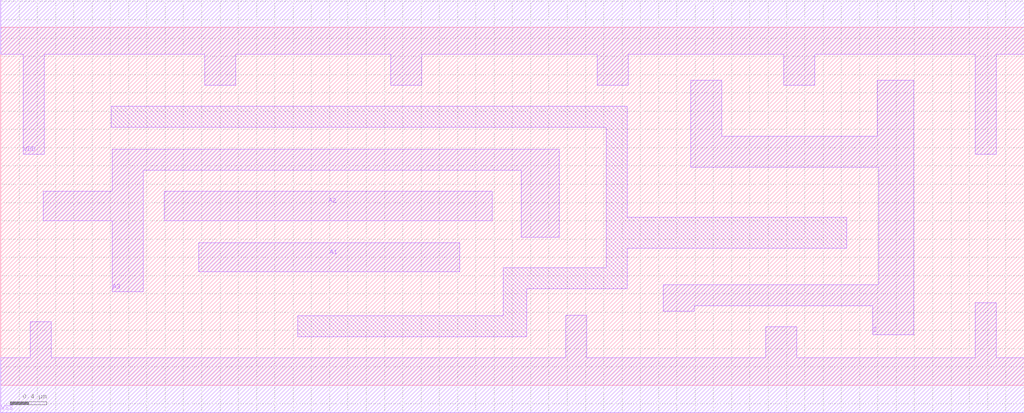
<source format=lef>
# Copyright 2022 GlobalFoundries PDK Authors
#
# Licensed under the Apache License, Version 2.0 (the "License");
# you may not use this file except in compliance with the License.
# You may obtain a copy of the License at
#
#      http://www.apache.org/licenses/LICENSE-2.0
#
# Unless required by applicable law or agreed to in writing, software
# distributed under the License is distributed on an "AS IS" BASIS,
# WITHOUT WARRANTIES OR CONDITIONS OF ANY KIND, either express or implied.
# See the License for the specific language governing permissions and
# limitations under the License.

MACRO gf180mcu_fd_sc_mcu7t5v0__and3_4
  CLASS core ;
  FOREIGN gf180mcu_fd_sc_mcu7t5v0__and3_4 0.0 0.0 ;
  ORIGIN 0 0 ;
  SYMMETRY X Y ;
  SITE GF018hv5v_mcu_sc7 ;
  SIZE 11.2 BY 3.92 ;
  PIN A1
    DIRECTION INPUT ;
    ANTENNAGATEAREA 2.132 ;
    PORT
      LAYER Metal1 ;
        POLYGON 2.165 1.24 5.025 1.24 5.025 1.56 2.165 1.56  ;
    END
  END A1
  PIN A2
    DIRECTION INPUT ;
    ANTENNAGATEAREA 2.132 ;
    PORT
      LAYER Metal1 ;
        POLYGON 1.79 1.8 5.38 1.8 5.38 2.125 1.79 2.125  ;
    END
  END A2
  PIN A3
    DIRECTION INPUT ;
    ANTENNAGATEAREA 2.132 ;
    PORT
      LAYER Metal1 ;
        POLYGON 0.465 1.8 1.22 1.8 1.22 1.025 1.56 1.025 1.56 2.355 5.695 2.355 5.695 1.62 6.11 1.62 6.11 2.585 1.22 2.585 1.22 2.125 0.465 2.125  ;
    END
  END A3
  PIN Z
    DIRECTION OUTPUT ;
    ANTENNADIFFAREA 2.0592 ;
    PORT
      LAYER Metal1 ;
        POLYGON 7.55 2.385 9.26 2.385 9.61 2.385 9.61 1.1 7.25 1.1 7.25 0.81 7.59 0.81 7.59 0.87 9.545 0.87 9.545 0.55 9.99 0.55 9.99 3.34 9.59 3.34 9.59 2.725 9.26 2.725 7.89 2.725 7.89 3.34 7.55 3.34  ;
    END
  END Z
  PIN VDD
    DIRECTION INOUT ;
    USE power ;
    SHAPE ABUTMENT ;
    PORT
      LAYER Metal1 ;
        POLYGON 0 3.62 0.245 3.62 0.245 2.53 0.475 2.53 0.475 3.62 2.23 3.62 2.23 3.285 2.57 3.285 2.57 3.62 4.27 3.62 4.27 3.285 4.61 3.285 4.61 3.62 6.53 3.62 6.53 3.285 6.87 3.285 6.87 3.62 8.57 3.62 8.57 3.285 8.91 3.285 8.91 3.62 9.26 3.62 10.665 3.62 10.665 2.53 10.895 2.53 10.895 3.62 11.2 3.62 11.2 4.22 9.26 4.22 0 4.22  ;
    END
  END VDD
  PIN VSS
    DIRECTION INOUT ;
    USE ground ;
    SHAPE ABUTMENT ;
    PORT
      LAYER Metal1 ;
        POLYGON 0 -0.3 11.2 -0.3 11.2 0.3 10.895 0.3 10.895 0.905 10.665 0.905 10.665 0.3 8.71 0.3 8.71 0.64 8.37 0.64 8.37 0.3 6.415 0.3 6.415 0.765 6.185 0.765 6.185 0.3 0.555 0.3 0.555 0.695 0.325 0.695 0.325 0.3 0 0.3  ;
    END
  END VSS
  OBS
      LAYER Metal1 ;
        POLYGON 1.21 2.825 6.625 2.825 6.625 1.285 5.5 1.285 5.5 0.76 3.25 0.76 3.25 0.53 5.755 0.53 5.755 1.055 6.855 1.055 6.855 1.5 9.26 1.5 9.26 1.84 6.855 1.84 6.855 3.055 1.21 3.055  ;
  END
END gf180mcu_fd_sc_mcu7t5v0__and3_4

</source>
